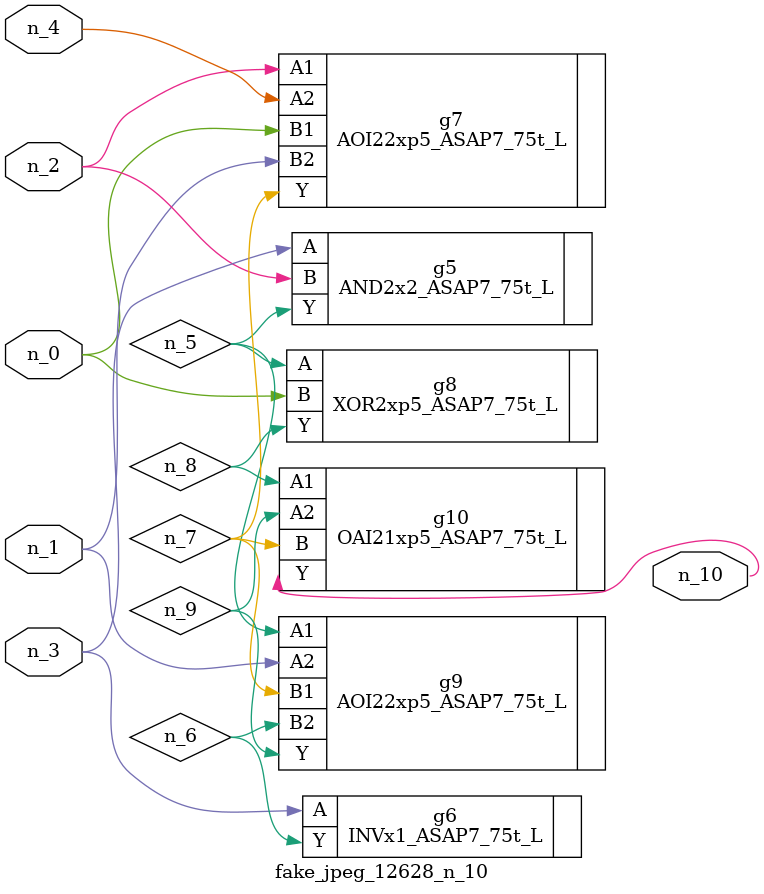
<source format=v>
module fake_jpeg_12628_n_10 (n_3, n_2, n_1, n_0, n_4, n_10);

input n_3;
input n_2;
input n_1;
input n_0;
input n_4;

output n_10;

wire n_8;
wire n_9;
wire n_6;
wire n_5;
wire n_7;

AND2x2_ASAP7_75t_L g5 ( 
.A(n_3),
.B(n_2),
.Y(n_5)
);

INVx1_ASAP7_75t_L g6 ( 
.A(n_3),
.Y(n_6)
);

AOI22xp5_ASAP7_75t_L g7 ( 
.A1(n_2),
.A2(n_4),
.B1(n_0),
.B2(n_1),
.Y(n_7)
);

XOR2xp5_ASAP7_75t_L g8 ( 
.A(n_5),
.B(n_0),
.Y(n_8)
);

OAI21xp5_ASAP7_75t_L g10 ( 
.A1(n_8),
.A2(n_9),
.B(n_7),
.Y(n_10)
);

AOI22xp5_ASAP7_75t_L g9 ( 
.A1(n_5),
.A2(n_1),
.B1(n_7),
.B2(n_6),
.Y(n_9)
);


endmodule
</source>
